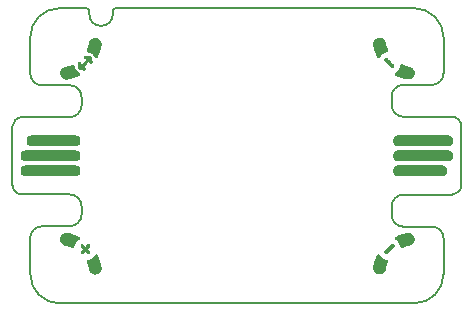
<source format=gto>
%TF.GenerationSoftware,KiCad,Pcbnew,8.0.8*%
%TF.CreationDate,2025-01-29T17:04:35+00:00*%
%TF.ProjectId,ec30_3x2_lr_mh_0.1,65633330-5f33-4783-925f-6c725f6d685f,v0.1*%
%TF.SameCoordinates,PX8d24d00PY36d6160*%
%TF.FileFunction,Legend,Top*%
%TF.FilePolarity,Positive*%
%FSLAX46Y46*%
G04 Gerber Fmt 4.6, Leading zero omitted, Abs format (unit mm)*
G04 Created by KiCad (PCBNEW 8.0.8) date 2025-01-29 17:04:35*
%MOMM*%
%LPD*%
G01*
G04 APERTURE LIST*
%ADD10C,0.200000*%
%ADD11C,0.000000*%
%ADD12C,0.010000*%
G04 APERTURE END LIST*
D10*
X-12500000Y12250000D02*
X-12500000Y12000000D01*
X-13150000Y4270000D02*
X-13150000Y4970000D01*
X-19000000Y2470001D02*
X-19000000Y-2470000D01*
X14098000Y3300000D02*
G75*
G02*
X13100004Y4300001I-1000J997000D01*
G01*
X-15000000Y-12500000D02*
G75*
G02*
X-17500000Y-10000000I-800J2499200D01*
G01*
X-12750000Y12500000D02*
G75*
G02*
X-12500000Y12250000I800J-249200D01*
G01*
X17500000Y7000000D02*
X17500000Y10000000D01*
X15000000Y12500000D02*
X-10250000Y12500000D01*
X16500000Y-6000000D02*
X14100000Y-6000000D01*
X18200000Y3300000D02*
G75*
G02*
X19000000Y2500000I1100J-798900D01*
G01*
X-14148000Y-5969999D02*
X-16500000Y-5969999D01*
X-18200000Y-3269999D02*
G75*
G02*
X-18999999Y-2470000I-1100J798899D01*
G01*
X-17500000Y-6969999D02*
G75*
G02*
X-16500000Y-5970000I1000400J-401D01*
G01*
X-16500000Y5970000D02*
X-14148000Y5970000D01*
X16500000Y-6000000D02*
G75*
G02*
X17500000Y-7000000I-400J-1000400D01*
G01*
X-12750000Y12500000D02*
X-15000000Y12500000D01*
X-17500000Y10000000D02*
G75*
G02*
X-15000000Y12500000I2499200J800D01*
G01*
X-16500000Y5970000D02*
G75*
G02*
X-17500000Y6970000I400J1000400D01*
G01*
X-10500000Y12000000D02*
X-10500000Y12250000D01*
X-19000000Y2470001D02*
G75*
G02*
X-18200000Y3270000I798900J1099D01*
G01*
X19000000Y-2500000D02*
X19000000Y2500000D01*
X-14148000Y5970000D02*
G75*
G02*
X-13150004Y4970000I1000J-997000D01*
G01*
X-13150000Y4270000D02*
G75*
G02*
X-14148000Y3270003I-1000400J400D01*
G01*
X13100000Y5000000D02*
G75*
G02*
X14100000Y6000000I1000400J-400D01*
G01*
X18200000Y3300000D02*
X14098000Y3300000D01*
X-10500000Y12250000D02*
G75*
G02*
X-10250000Y12500000I249200J800D01*
G01*
X-17500000Y-6969999D02*
X-17500000Y-10000000D01*
X14100000Y-3299999D02*
X18200000Y-3299999D01*
X14100000Y-6000000D02*
G75*
G02*
X13100000Y-5000000I400J1000400D01*
G01*
X17500000Y7000000D02*
G75*
G02*
X16500000Y6000000I-1000400J400D01*
G01*
X-18200000Y-3269999D02*
X-14150000Y-3269999D01*
X-10500000Y12000000D02*
G75*
G02*
X-12500000Y12000000I-1000000J0D01*
G01*
X15000000Y12500000D02*
G75*
G02*
X17500000Y10000000I800J-2499200D01*
G01*
X-13148000Y-4969999D02*
G75*
G02*
X-14148000Y-5970000I-1000400J399D01*
G01*
X-17500000Y10000000D02*
X-17500000Y6970000D01*
X-14150000Y-3269999D02*
G75*
G02*
X-13149999Y-4269999I-400J-1000401D01*
G01*
X17500000Y-10000000D02*
X17500000Y-7000000D01*
X14100000Y6000000D02*
X16500000Y6000000D01*
X13100000Y-4300000D02*
X13100000Y-5000000D01*
X-15000000Y-12500000D02*
X15000000Y-12500000D01*
X-14148000Y3270000D02*
X-18200000Y3270000D01*
X17500000Y-10000000D02*
G75*
G02*
X15000000Y-12500000I-2499200J-800D01*
G01*
X13100000Y5000000D02*
X13100000Y4300001D01*
X13100000Y-4300000D02*
G75*
G02*
X14100000Y-3300000I998700J1300D01*
G01*
X-13148000Y-4969999D02*
X-13150000Y-4269999D01*
X19000000Y-2500000D02*
G75*
G02*
X18200000Y-3300000I-798900J-1100D01*
G01*
D11*
%TO.C,*%
G36*
X17554596Y-834554D02*
G01*
X17658135Y-885171D01*
X17739628Y-966664D01*
X17790245Y-1070203D01*
X17804800Y-1170099D01*
X17804800Y-1369899D01*
X17790245Y-1469795D01*
X17739628Y-1573334D01*
X17658135Y-1654827D01*
X17554596Y-1705444D01*
X17454700Y-1719999D01*
X13604900Y-1719999D01*
X13505004Y-1705444D01*
X13401465Y-1654827D01*
X13319972Y-1573334D01*
X13269355Y-1469795D01*
X13254800Y-1369899D01*
X13254800Y-1170099D01*
X13269355Y-1070203D01*
X13319972Y-966664D01*
X13401465Y-885171D01*
X13505004Y-834554D01*
X13604900Y-819999D01*
X17454700Y-819999D01*
X17554596Y-834554D01*
G37*
G36*
X18054596Y1705446D02*
G01*
X18158135Y1654829D01*
X18239628Y1573336D01*
X18290245Y1469797D01*
X18304800Y1369901D01*
X18304800Y1170101D01*
X18290245Y1070205D01*
X18239628Y966666D01*
X18158135Y885173D01*
X18054596Y834556D01*
X17954700Y820001D01*
X13604900Y820001D01*
X13505004Y834556D01*
X13401465Y885173D01*
X13319972Y966666D01*
X13269355Y1070205D01*
X13254800Y1170101D01*
X13254800Y1369901D01*
X13269355Y1469797D01*
X13319972Y1573336D01*
X13401465Y1654829D01*
X13505004Y1705446D01*
X13604900Y1720001D01*
X17954700Y1720001D01*
X18054596Y1705446D01*
G37*
G36*
X18054596Y435446D02*
G01*
X18158135Y384829D01*
X18239628Y303336D01*
X18290245Y199797D01*
X18304800Y99901D01*
X18304800Y-99899D01*
X18290245Y-199795D01*
X18239628Y-303334D01*
X18158135Y-384827D01*
X18054596Y-435444D01*
X17954700Y-449999D01*
X13604900Y-449999D01*
X13505004Y-435444D01*
X13401465Y-384827D01*
X13319972Y-303334D01*
X13269355Y-199795D01*
X13254800Y-99899D01*
X13254800Y99901D01*
X13269355Y199797D01*
X13319972Y303336D01*
X13401465Y384829D01*
X13505004Y435446D01*
X13604900Y450001D01*
X17954700Y450001D01*
X18054596Y435446D01*
G37*
D12*
%TO.C,MH3*%
X-11929306Y-8363938D02*
X-11912572Y-8370271D01*
X-11896947Y-8381708D01*
X-11881722Y-8398907D01*
X-11866187Y-8422529D01*
X-11849636Y-8453232D01*
X-11849479Y-8453543D01*
X-11792082Y-8575132D01*
X-11738655Y-8702780D01*
X-11689536Y-8835490D01*
X-11645062Y-8972266D01*
X-11605571Y-9112110D01*
X-11571399Y-9254024D01*
X-11558986Y-9312664D01*
X-11548179Y-9372141D01*
X-11541266Y-9425275D01*
X-11538209Y-9472617D01*
X-11538970Y-9514720D01*
X-11542840Y-9548307D01*
X-11557333Y-9611742D01*
X-11578709Y-9671524D01*
X-11606730Y-9727302D01*
X-11641155Y-9778728D01*
X-11681746Y-9825450D01*
X-11728263Y-9867118D01*
X-11780468Y-9903383D01*
X-11788778Y-9908337D01*
X-11841493Y-9934632D01*
X-11897725Y-9954342D01*
X-11956407Y-9967361D01*
X-12016470Y-9973582D01*
X-12076844Y-9972898D01*
X-12136462Y-9965203D01*
X-12194256Y-9950391D01*
X-12198073Y-9949129D01*
X-12254131Y-9926215D01*
X-12307081Y-9896415D01*
X-12356236Y-9860400D01*
X-12400910Y-9818837D01*
X-12440417Y-9772394D01*
X-12474070Y-9721741D01*
X-12501183Y-9667545D01*
X-12509857Y-9645536D01*
X-12514407Y-9631247D01*
X-12519938Y-9611025D01*
X-12525985Y-9586741D01*
X-12532082Y-9560265D01*
X-12537763Y-9533471D01*
X-12537851Y-9533032D01*
X-12559478Y-9433303D01*
X-12583069Y-9339535D01*
X-12609185Y-9249880D01*
X-12638386Y-9162485D01*
X-12671232Y-9075502D01*
X-12690784Y-9027805D01*
X-12704464Y-8993297D01*
X-12713840Y-8964465D01*
X-12718965Y-8940348D01*
X-12719893Y-8919990D01*
X-12716678Y-8902431D01*
X-12709373Y-8886711D01*
X-12699422Y-8873431D01*
X-12690472Y-8864166D01*
X-12680762Y-8856500D01*
X-12668906Y-8849764D01*
X-12653514Y-8843288D01*
X-12633201Y-8836401D01*
X-12606578Y-8828434D01*
X-12605692Y-8828178D01*
X-12548901Y-8810494D01*
X-12497170Y-8791449D01*
X-12447627Y-8769922D01*
X-12414566Y-8753728D01*
X-12339432Y-8710990D01*
X-12267854Y-8661466D01*
X-12200558Y-8605786D01*
X-12138273Y-8544582D01*
X-12081726Y-8478485D01*
X-12053964Y-8441164D01*
X-12032031Y-8412366D01*
X-12011697Y-8390615D01*
X-11992236Y-8375370D01*
X-11972919Y-8366090D01*
X-11953022Y-8362231D01*
X-11947857Y-8362050D01*
X-11929306Y-8363938D01*
G36*
X-11929306Y-8363938D02*
G01*
X-11912572Y-8370271D01*
X-11896947Y-8381708D01*
X-11881722Y-8398907D01*
X-11866187Y-8422529D01*
X-11849636Y-8453232D01*
X-11849479Y-8453543D01*
X-11792082Y-8575132D01*
X-11738655Y-8702780D01*
X-11689536Y-8835490D01*
X-11645062Y-8972266D01*
X-11605571Y-9112110D01*
X-11571399Y-9254024D01*
X-11558986Y-9312664D01*
X-11548179Y-9372141D01*
X-11541266Y-9425275D01*
X-11538209Y-9472617D01*
X-11538970Y-9514720D01*
X-11542840Y-9548307D01*
X-11557333Y-9611742D01*
X-11578709Y-9671524D01*
X-11606730Y-9727302D01*
X-11641155Y-9778728D01*
X-11681746Y-9825450D01*
X-11728263Y-9867118D01*
X-11780468Y-9903383D01*
X-11788778Y-9908337D01*
X-11841493Y-9934632D01*
X-11897725Y-9954342D01*
X-11956407Y-9967361D01*
X-12016470Y-9973582D01*
X-12076844Y-9972898D01*
X-12136462Y-9965203D01*
X-12194256Y-9950391D01*
X-12198073Y-9949129D01*
X-12254131Y-9926215D01*
X-12307081Y-9896415D01*
X-12356236Y-9860400D01*
X-12400910Y-9818837D01*
X-12440417Y-9772394D01*
X-12474070Y-9721741D01*
X-12501183Y-9667545D01*
X-12509857Y-9645536D01*
X-12514407Y-9631247D01*
X-12519938Y-9611025D01*
X-12525985Y-9586741D01*
X-12532082Y-9560265D01*
X-12537763Y-9533471D01*
X-12537851Y-9533032D01*
X-12559478Y-9433303D01*
X-12583069Y-9339535D01*
X-12609185Y-9249880D01*
X-12638386Y-9162485D01*
X-12671232Y-9075502D01*
X-12690784Y-9027805D01*
X-12704464Y-8993297D01*
X-12713840Y-8964465D01*
X-12718965Y-8940348D01*
X-12719893Y-8919990D01*
X-12716678Y-8902431D01*
X-12709373Y-8886711D01*
X-12699422Y-8873431D01*
X-12690472Y-8864166D01*
X-12680762Y-8856500D01*
X-12668906Y-8849764D01*
X-12653514Y-8843288D01*
X-12633201Y-8836401D01*
X-12606578Y-8828434D01*
X-12605692Y-8828178D01*
X-12548901Y-8810494D01*
X-12497170Y-8791449D01*
X-12447627Y-8769922D01*
X-12414566Y-8753728D01*
X-12339432Y-8710990D01*
X-12267854Y-8661466D01*
X-12200558Y-8605786D01*
X-12138273Y-8544582D01*
X-12081726Y-8478485D01*
X-12053964Y-8441164D01*
X-12032031Y-8412366D01*
X-12011697Y-8390615D01*
X-11992236Y-8375370D01*
X-11972919Y-8366090D01*
X-11953022Y-8362231D01*
X-11947857Y-8362050D01*
X-11929306Y-8363938D01*
G37*
X-14470182Y-6540337D02*
X-14448497Y-6540714D01*
X-14427534Y-6541718D01*
X-14406291Y-6543511D01*
X-14383763Y-6546254D01*
X-14358946Y-6550109D01*
X-14330836Y-6555238D01*
X-14298429Y-6561801D01*
X-14260722Y-6569961D01*
X-14216709Y-6579880D01*
X-14198323Y-6584098D01*
X-14084910Y-6612611D01*
X-13968731Y-6646406D01*
X-13851643Y-6684817D01*
X-13735502Y-6727177D01*
X-13622165Y-6772819D01*
X-13513489Y-6821078D01*
X-13442320Y-6855488D01*
X-13414793Y-6869973D01*
X-13393762Y-6882767D01*
X-13378190Y-6894681D01*
X-13367038Y-6906523D01*
X-13359269Y-6919103D01*
X-13358396Y-6920960D01*
X-13352421Y-6938994D01*
X-13352473Y-6955818D01*
X-13356428Y-6970059D01*
X-13367282Y-6989771D01*
X-13385603Y-7010018D01*
X-13410983Y-7030363D01*
X-13415769Y-7033664D01*
X-13489001Y-7087738D01*
X-13556469Y-7146942D01*
X-13617931Y-7210983D01*
X-13673147Y-7279569D01*
X-13721873Y-7352405D01*
X-13763868Y-7429201D01*
X-13789376Y-7485751D01*
X-13801721Y-7516942D01*
X-13812941Y-7548335D01*
X-13823691Y-7581956D01*
X-13834628Y-7619833D01*
X-13843484Y-7652771D01*
X-13848796Y-7671014D01*
X-13854211Y-7684062D01*
X-13861050Y-7694563D01*
X-13868503Y-7702984D01*
X-13884066Y-7716423D01*
X-13900453Y-7724502D01*
X-13918764Y-7727265D01*
X-13940096Y-7724757D01*
X-13965548Y-7717022D01*
X-13987979Y-7707827D01*
X-14108498Y-7658383D01*
X-14232787Y-7615101D01*
X-14361429Y-7577801D01*
X-14495006Y-7546301D01*
X-14525687Y-7540017D01*
X-14560370Y-7532916D01*
X-14588751Y-7526604D01*
X-14612370Y-7520632D01*
X-14632764Y-7514555D01*
X-14651473Y-7507926D01*
X-14670035Y-7500296D01*
X-14683873Y-7494072D01*
X-14736854Y-7465333D01*
X-14785921Y-7430188D01*
X-14830505Y-7389366D01*
X-14870033Y-7343595D01*
X-14903934Y-7293603D01*
X-14931637Y-7240119D01*
X-14952571Y-7183872D01*
X-14964218Y-7136552D01*
X-14972342Y-7073793D01*
X-14972879Y-7012164D01*
X-14966155Y-6952149D01*
X-14952496Y-6894233D01*
X-14932226Y-6838904D01*
X-14905671Y-6786645D01*
X-14873155Y-6737942D01*
X-14835005Y-6693281D01*
X-14791545Y-6653146D01*
X-14743100Y-6618025D01*
X-14689996Y-6588401D01*
X-14632558Y-6564760D01*
X-14571111Y-6547588D01*
X-14569401Y-6547219D01*
X-14551719Y-6544037D01*
X-14532477Y-6541913D01*
X-14509778Y-6540716D01*
X-14481730Y-6540314D01*
X-14470182Y-6540337D01*
G36*
X-14470182Y-6540337D02*
G01*
X-14448497Y-6540714D01*
X-14427534Y-6541718D01*
X-14406291Y-6543511D01*
X-14383763Y-6546254D01*
X-14358946Y-6550109D01*
X-14330836Y-6555238D01*
X-14298429Y-6561801D01*
X-14260722Y-6569961D01*
X-14216709Y-6579880D01*
X-14198323Y-6584098D01*
X-14084910Y-6612611D01*
X-13968731Y-6646406D01*
X-13851643Y-6684817D01*
X-13735502Y-6727177D01*
X-13622165Y-6772819D01*
X-13513489Y-6821078D01*
X-13442320Y-6855488D01*
X-13414793Y-6869973D01*
X-13393762Y-6882767D01*
X-13378190Y-6894681D01*
X-13367038Y-6906523D01*
X-13359269Y-6919103D01*
X-13358396Y-6920960D01*
X-13352421Y-6938994D01*
X-13352473Y-6955818D01*
X-13356428Y-6970059D01*
X-13367282Y-6989771D01*
X-13385603Y-7010018D01*
X-13410983Y-7030363D01*
X-13415769Y-7033664D01*
X-13489001Y-7087738D01*
X-13556469Y-7146942D01*
X-13617931Y-7210983D01*
X-13673147Y-7279569D01*
X-13721873Y-7352405D01*
X-13763868Y-7429201D01*
X-13789376Y-7485751D01*
X-13801721Y-7516942D01*
X-13812941Y-7548335D01*
X-13823691Y-7581956D01*
X-13834628Y-7619833D01*
X-13843484Y-7652771D01*
X-13848796Y-7671014D01*
X-13854211Y-7684062D01*
X-13861050Y-7694563D01*
X-13868503Y-7702984D01*
X-13884066Y-7716423D01*
X-13900453Y-7724502D01*
X-13918764Y-7727265D01*
X-13940096Y-7724757D01*
X-13965548Y-7717022D01*
X-13987979Y-7707827D01*
X-14108498Y-7658383D01*
X-14232787Y-7615101D01*
X-14361429Y-7577801D01*
X-14495006Y-7546301D01*
X-14525687Y-7540017D01*
X-14560370Y-7532916D01*
X-14588751Y-7526604D01*
X-14612370Y-7520632D01*
X-14632764Y-7514555D01*
X-14651473Y-7507926D01*
X-14670035Y-7500296D01*
X-14683873Y-7494072D01*
X-14736854Y-7465333D01*
X-14785921Y-7430188D01*
X-14830505Y-7389366D01*
X-14870033Y-7343595D01*
X-14903934Y-7293603D01*
X-14931637Y-7240119D01*
X-14952571Y-7183872D01*
X-14964218Y-7136552D01*
X-14972342Y-7073793D01*
X-14972879Y-7012164D01*
X-14966155Y-6952149D01*
X-14952496Y-6894233D01*
X-14932226Y-6838904D01*
X-14905671Y-6786645D01*
X-14873155Y-6737942D01*
X-14835005Y-6693281D01*
X-14791545Y-6653146D01*
X-14743100Y-6618025D01*
X-14689996Y-6588401D01*
X-14632558Y-6564760D01*
X-14571111Y-6547588D01*
X-14569401Y-6547219D01*
X-14551719Y-6544037D01*
X-14532477Y-6541913D01*
X-14509778Y-6540716D01*
X-14481730Y-6540314D01*
X-14470182Y-6540337D01*
G37*
X-13114506Y-7497744D02*
X-13104489Y-7500501D01*
X-13098602Y-7502693D01*
X-13092612Y-7505668D01*
X-13085887Y-7509983D01*
X-13077796Y-7516197D01*
X-13067706Y-7524868D01*
X-13054986Y-7536554D01*
X-13039003Y-7551814D01*
X-13019125Y-7571204D01*
X-12994721Y-7595283D01*
X-12974957Y-7614880D01*
X-12866811Y-7722233D01*
X-12760645Y-7617032D01*
X-12732077Y-7588945D01*
X-12706322Y-7564069D01*
X-12683875Y-7542858D01*
X-12665228Y-7525771D01*
X-12650876Y-7513264D01*
X-12641313Y-7505793D01*
X-12638604Y-7504147D01*
X-12620453Y-7498507D01*
X-12598447Y-7496247D01*
X-12575738Y-7497328D01*
X-12555479Y-7501711D01*
X-12546947Y-7505289D01*
X-12527717Y-7518943D01*
X-12510939Y-7537314D01*
X-12499689Y-7556627D01*
X-12495621Y-7572497D01*
X-12493995Y-7592489D01*
X-12494804Y-7613173D01*
X-12498038Y-7631121D01*
X-12499893Y-7636489D01*
X-12504805Y-7644005D01*
X-12515448Y-7656814D01*
X-12531730Y-7674815D01*
X-12553556Y-7697908D01*
X-12580835Y-7725992D01*
X-12613473Y-7758967D01*
X-12613864Y-7759359D01*
X-12721687Y-7867473D01*
X-12615858Y-7973774D01*
X-12584916Y-8005038D01*
X-12559409Y-8031231D01*
X-12538995Y-8052725D01*
X-12523333Y-8069893D01*
X-12512080Y-8083107D01*
X-12504896Y-8092739D01*
X-12501973Y-8097831D01*
X-12494904Y-8122144D01*
X-12493808Y-8148731D01*
X-12498620Y-8174713D01*
X-12504024Y-8188237D01*
X-12519679Y-8211452D01*
X-12540303Y-8228674D01*
X-12562926Y-8238733D01*
X-12580623Y-8243114D01*
X-12595638Y-8244148D01*
X-12611644Y-8241809D01*
X-12624985Y-8238271D01*
X-12630727Y-8236399D01*
X-12636361Y-8233923D01*
X-12642513Y-8230295D01*
X-12649807Y-8224964D01*
X-12658867Y-8217380D01*
X-12670317Y-8206995D01*
X-12684782Y-8193256D01*
X-12702886Y-8175616D01*
X-12725253Y-8153524D01*
X-12752507Y-8126430D01*
X-12756674Y-8122280D01*
X-12866807Y-8012589D01*
X-12976940Y-8122280D01*
X-13004916Y-8150105D01*
X-13027918Y-8172853D01*
X-13046571Y-8191073D01*
X-13061500Y-8205316D01*
X-13073328Y-8216130D01*
X-13082679Y-8224066D01*
X-13090179Y-8229675D01*
X-13096451Y-8233505D01*
X-13102120Y-8236106D01*
X-13107810Y-8238029D01*
X-13108629Y-8238271D01*
X-13127410Y-8242924D01*
X-13142701Y-8244183D01*
X-13158173Y-8242078D01*
X-13170688Y-8238733D01*
X-13195345Y-8227492D01*
X-13215225Y-8210402D01*
X-13229656Y-8188407D01*
X-13237966Y-8162452D01*
X-13239782Y-8141598D01*
X-13239548Y-8130444D01*
X-13238597Y-8120482D01*
X-13236433Y-8111030D01*
X-13232561Y-8101407D01*
X-13226487Y-8090932D01*
X-13217714Y-8078924D01*
X-13205748Y-8064703D01*
X-13190094Y-8047586D01*
X-13170256Y-8026895D01*
X-13145740Y-8001946D01*
X-13117756Y-7973774D01*
X-13011927Y-7867473D01*
X-13119589Y-7759359D01*
X-13151989Y-7726607D01*
X-13178747Y-7699078D01*
X-13200033Y-7676590D01*
X-13216016Y-7658958D01*
X-13226867Y-7646000D01*
X-13232753Y-7637530D01*
X-13233560Y-7635877D01*
X-13239427Y-7611956D01*
X-13239209Y-7585914D01*
X-13233352Y-7560140D01*
X-13222301Y-7537024D01*
X-13212846Y-7524873D01*
X-13192656Y-7509080D01*
X-13168362Y-7499030D01*
X-13141724Y-7495120D01*
X-13114506Y-7497744D01*
G36*
X-13114506Y-7497744D02*
G01*
X-13104489Y-7500501D01*
X-13098602Y-7502693D01*
X-13092612Y-7505668D01*
X-13085887Y-7509983D01*
X-13077796Y-7516197D01*
X-13067706Y-7524868D01*
X-13054986Y-7536554D01*
X-13039003Y-7551814D01*
X-13019125Y-7571204D01*
X-12994721Y-7595283D01*
X-12974957Y-7614880D01*
X-12866811Y-7722233D01*
X-12760645Y-7617032D01*
X-12732077Y-7588945D01*
X-12706322Y-7564069D01*
X-12683875Y-7542858D01*
X-12665228Y-7525771D01*
X-12650876Y-7513264D01*
X-12641313Y-7505793D01*
X-12638604Y-7504147D01*
X-12620453Y-7498507D01*
X-12598447Y-7496247D01*
X-12575738Y-7497328D01*
X-12555479Y-7501711D01*
X-12546947Y-7505289D01*
X-12527717Y-7518943D01*
X-12510939Y-7537314D01*
X-12499689Y-7556627D01*
X-12495621Y-7572497D01*
X-12493995Y-7592489D01*
X-12494804Y-7613173D01*
X-12498038Y-7631121D01*
X-12499893Y-7636489D01*
X-12504805Y-7644005D01*
X-12515448Y-7656814D01*
X-12531730Y-7674815D01*
X-12553556Y-7697908D01*
X-12580835Y-7725992D01*
X-12613473Y-7758967D01*
X-12613864Y-7759359D01*
X-12721687Y-7867473D01*
X-12615858Y-7973774D01*
X-12584916Y-8005038D01*
X-12559409Y-8031231D01*
X-12538995Y-8052725D01*
X-12523333Y-8069893D01*
X-12512080Y-8083107D01*
X-12504896Y-8092739D01*
X-12501973Y-8097831D01*
X-12494904Y-8122144D01*
X-12493808Y-8148731D01*
X-12498620Y-8174713D01*
X-12504024Y-8188237D01*
X-12519679Y-8211452D01*
X-12540303Y-8228674D01*
X-12562926Y-8238733D01*
X-12580623Y-8243114D01*
X-12595638Y-8244148D01*
X-12611644Y-8241809D01*
X-12624985Y-8238271D01*
X-12630727Y-8236399D01*
X-12636361Y-8233923D01*
X-12642513Y-8230295D01*
X-12649807Y-8224964D01*
X-12658867Y-8217380D01*
X-12670317Y-8206995D01*
X-12684782Y-8193256D01*
X-12702886Y-8175616D01*
X-12725253Y-8153524D01*
X-12752507Y-8126430D01*
X-12756674Y-8122280D01*
X-12866807Y-8012589D01*
X-12976940Y-8122280D01*
X-13004916Y-8150105D01*
X-13027918Y-8172853D01*
X-13046571Y-8191073D01*
X-13061500Y-8205316D01*
X-13073328Y-8216130D01*
X-13082679Y-8224066D01*
X-13090179Y-8229675D01*
X-13096451Y-8233505D01*
X-13102120Y-8236106D01*
X-13107810Y-8238029D01*
X-13108629Y-8238271D01*
X-13127410Y-8242924D01*
X-13142701Y-8244183D01*
X-13158173Y-8242078D01*
X-13170688Y-8238733D01*
X-13195345Y-8227492D01*
X-13215225Y-8210402D01*
X-13229656Y-8188407D01*
X-13237966Y-8162452D01*
X-13239782Y-8141598D01*
X-13239548Y-8130444D01*
X-13238597Y-8120482D01*
X-13236433Y-8111030D01*
X-13232561Y-8101407D01*
X-13226487Y-8090932D01*
X-13217714Y-8078924D01*
X-13205748Y-8064703D01*
X-13190094Y-8047586D01*
X-13170256Y-8026895D01*
X-13145740Y-8001946D01*
X-13117756Y-7973774D01*
X-13011927Y-7867473D01*
X-13119589Y-7759359D01*
X-13151989Y-7726607D01*
X-13178747Y-7699078D01*
X-13200033Y-7676590D01*
X-13216016Y-7658958D01*
X-13226867Y-7646000D01*
X-13232753Y-7637530D01*
X-13233560Y-7635877D01*
X-13239427Y-7611956D01*
X-13239209Y-7585914D01*
X-13233352Y-7560140D01*
X-13222301Y-7537024D01*
X-13212846Y-7524873D01*
X-13192656Y-7509080D01*
X-13168362Y-7499030D01*
X-13141724Y-7495120D01*
X-13114506Y-7497744D01*
G37*
%TO.C,MH4*%
X14511949Y-6535485D02*
X14545536Y-6539355D01*
X14608971Y-6553848D01*
X14668753Y-6575224D01*
X14724531Y-6603245D01*
X14775957Y-6637670D01*
X14822679Y-6678261D01*
X14864347Y-6724778D01*
X14900612Y-6776983D01*
X14905566Y-6785293D01*
X14931861Y-6838008D01*
X14951571Y-6894240D01*
X14964590Y-6952922D01*
X14970811Y-7012985D01*
X14970127Y-7073359D01*
X14962432Y-7132977D01*
X14947620Y-7190771D01*
X14946358Y-7194588D01*
X14923444Y-7250646D01*
X14893644Y-7303596D01*
X14857629Y-7352751D01*
X14816066Y-7397425D01*
X14769623Y-7436932D01*
X14718970Y-7470585D01*
X14664774Y-7497698D01*
X14642765Y-7506372D01*
X14628476Y-7510922D01*
X14608254Y-7516453D01*
X14583970Y-7522500D01*
X14557494Y-7528597D01*
X14530700Y-7534278D01*
X14530261Y-7534366D01*
X14430532Y-7555993D01*
X14336764Y-7579584D01*
X14247109Y-7605700D01*
X14159714Y-7634901D01*
X14072731Y-7667747D01*
X14025034Y-7687299D01*
X13990526Y-7700979D01*
X13961694Y-7710355D01*
X13937577Y-7715480D01*
X13917219Y-7716408D01*
X13899660Y-7713193D01*
X13883940Y-7705888D01*
X13870660Y-7695937D01*
X13861395Y-7686987D01*
X13853729Y-7677277D01*
X13846993Y-7665421D01*
X13840517Y-7650029D01*
X13833630Y-7629716D01*
X13825663Y-7603093D01*
X13825407Y-7602207D01*
X13807723Y-7545416D01*
X13788678Y-7493685D01*
X13767151Y-7444142D01*
X13750957Y-7411081D01*
X13708219Y-7335947D01*
X13658695Y-7264369D01*
X13603015Y-7197073D01*
X13541811Y-7134788D01*
X13475714Y-7078241D01*
X13438393Y-7050479D01*
X13409595Y-7028546D01*
X13387844Y-7008212D01*
X13372599Y-6988751D01*
X13363319Y-6969434D01*
X13359460Y-6949537D01*
X13359279Y-6944372D01*
X13361167Y-6925821D01*
X13367500Y-6909087D01*
X13378937Y-6893462D01*
X13396136Y-6878237D01*
X13419758Y-6862702D01*
X13450461Y-6846151D01*
X13450772Y-6845994D01*
X13572361Y-6788597D01*
X13700009Y-6735170D01*
X13832719Y-6686051D01*
X13969495Y-6641577D01*
X14109339Y-6602086D01*
X14251253Y-6567914D01*
X14309893Y-6555501D01*
X14369370Y-6544694D01*
X14422504Y-6537781D01*
X14469846Y-6534724D01*
X14511949Y-6535485D01*
G36*
X14511949Y-6535485D02*
G01*
X14545536Y-6539355D01*
X14608971Y-6553848D01*
X14668753Y-6575224D01*
X14724531Y-6603245D01*
X14775957Y-6637670D01*
X14822679Y-6678261D01*
X14864347Y-6724778D01*
X14900612Y-6776983D01*
X14905566Y-6785293D01*
X14931861Y-6838008D01*
X14951571Y-6894240D01*
X14964590Y-6952922D01*
X14970811Y-7012985D01*
X14970127Y-7073359D01*
X14962432Y-7132977D01*
X14947620Y-7190771D01*
X14946358Y-7194588D01*
X14923444Y-7250646D01*
X14893644Y-7303596D01*
X14857629Y-7352751D01*
X14816066Y-7397425D01*
X14769623Y-7436932D01*
X14718970Y-7470585D01*
X14664774Y-7497698D01*
X14642765Y-7506372D01*
X14628476Y-7510922D01*
X14608254Y-7516453D01*
X14583970Y-7522500D01*
X14557494Y-7528597D01*
X14530700Y-7534278D01*
X14530261Y-7534366D01*
X14430532Y-7555993D01*
X14336764Y-7579584D01*
X14247109Y-7605700D01*
X14159714Y-7634901D01*
X14072731Y-7667747D01*
X14025034Y-7687299D01*
X13990526Y-7700979D01*
X13961694Y-7710355D01*
X13937577Y-7715480D01*
X13917219Y-7716408D01*
X13899660Y-7713193D01*
X13883940Y-7705888D01*
X13870660Y-7695937D01*
X13861395Y-7686987D01*
X13853729Y-7677277D01*
X13846993Y-7665421D01*
X13840517Y-7650029D01*
X13833630Y-7629716D01*
X13825663Y-7603093D01*
X13825407Y-7602207D01*
X13807723Y-7545416D01*
X13788678Y-7493685D01*
X13767151Y-7444142D01*
X13750957Y-7411081D01*
X13708219Y-7335947D01*
X13658695Y-7264369D01*
X13603015Y-7197073D01*
X13541811Y-7134788D01*
X13475714Y-7078241D01*
X13438393Y-7050479D01*
X13409595Y-7028546D01*
X13387844Y-7008212D01*
X13372599Y-6988751D01*
X13363319Y-6969434D01*
X13359460Y-6949537D01*
X13359279Y-6944372D01*
X13361167Y-6925821D01*
X13367500Y-6909087D01*
X13378937Y-6893462D01*
X13396136Y-6878237D01*
X13419758Y-6862702D01*
X13450461Y-6846151D01*
X13450772Y-6845994D01*
X13572361Y-6788597D01*
X13700009Y-6735170D01*
X13832719Y-6686051D01*
X13969495Y-6641577D01*
X14109339Y-6602086D01*
X14251253Y-6567914D01*
X14309893Y-6555501D01*
X14369370Y-6544694D01*
X14422504Y-6537781D01*
X14469846Y-6534724D01*
X14511949Y-6535485D01*
G37*
X11953047Y-8348988D02*
X11967288Y-8352943D01*
X11987000Y-8363797D01*
X12007247Y-8382118D01*
X12027592Y-8407498D01*
X12030893Y-8412284D01*
X12084967Y-8485516D01*
X12144171Y-8552984D01*
X12208212Y-8614446D01*
X12276798Y-8669662D01*
X12349634Y-8718388D01*
X12426430Y-8760383D01*
X12482980Y-8785891D01*
X12514171Y-8798236D01*
X12545564Y-8809456D01*
X12579185Y-8820206D01*
X12617062Y-8831143D01*
X12650000Y-8839999D01*
X12668243Y-8845311D01*
X12681291Y-8850726D01*
X12691792Y-8857565D01*
X12700213Y-8865018D01*
X12713652Y-8880581D01*
X12721731Y-8896968D01*
X12724494Y-8915279D01*
X12721986Y-8936611D01*
X12714251Y-8962063D01*
X12705056Y-8984494D01*
X12655612Y-9105013D01*
X12612330Y-9229302D01*
X12575030Y-9357944D01*
X12543530Y-9491521D01*
X12537246Y-9522202D01*
X12530145Y-9556885D01*
X12523833Y-9585266D01*
X12517861Y-9608885D01*
X12511784Y-9629279D01*
X12505155Y-9647988D01*
X12497525Y-9666550D01*
X12491301Y-9680388D01*
X12462562Y-9733369D01*
X12427417Y-9782436D01*
X12386595Y-9827020D01*
X12340824Y-9866548D01*
X12290832Y-9900449D01*
X12237348Y-9928152D01*
X12181101Y-9949086D01*
X12133781Y-9960733D01*
X12071022Y-9968857D01*
X12009393Y-9969394D01*
X11949378Y-9962670D01*
X11891462Y-9949011D01*
X11836133Y-9928741D01*
X11783874Y-9902186D01*
X11735171Y-9869670D01*
X11690510Y-9831520D01*
X11650375Y-9788060D01*
X11615254Y-9739615D01*
X11585630Y-9686511D01*
X11561989Y-9629073D01*
X11544817Y-9567626D01*
X11544448Y-9565916D01*
X11541266Y-9548234D01*
X11539142Y-9528992D01*
X11537945Y-9506293D01*
X11537543Y-9478245D01*
X11537566Y-9466697D01*
X11537943Y-9445012D01*
X11538947Y-9424049D01*
X11540740Y-9402806D01*
X11543483Y-9380278D01*
X11547338Y-9355461D01*
X11552467Y-9327351D01*
X11559030Y-9294944D01*
X11567190Y-9257237D01*
X11577109Y-9213224D01*
X11581327Y-9194838D01*
X11609840Y-9081425D01*
X11643635Y-8965246D01*
X11682046Y-8848158D01*
X11724406Y-8732017D01*
X11770048Y-8618680D01*
X11818307Y-8510004D01*
X11852717Y-8438835D01*
X11867202Y-8411308D01*
X11879996Y-8390277D01*
X11891910Y-8374705D01*
X11903752Y-8363553D01*
X11916332Y-8355784D01*
X11918189Y-8354911D01*
X11936223Y-8348936D01*
X11953047Y-8348988D01*
G36*
X11953047Y-8348988D02*
G01*
X11967288Y-8352943D01*
X11987000Y-8363797D01*
X12007247Y-8382118D01*
X12027592Y-8407498D01*
X12030893Y-8412284D01*
X12084967Y-8485516D01*
X12144171Y-8552984D01*
X12208212Y-8614446D01*
X12276798Y-8669662D01*
X12349634Y-8718388D01*
X12426430Y-8760383D01*
X12482980Y-8785891D01*
X12514171Y-8798236D01*
X12545564Y-8809456D01*
X12579185Y-8820206D01*
X12617062Y-8831143D01*
X12650000Y-8839999D01*
X12668243Y-8845311D01*
X12681291Y-8850726D01*
X12691792Y-8857565D01*
X12700213Y-8865018D01*
X12713652Y-8880581D01*
X12721731Y-8896968D01*
X12724494Y-8915279D01*
X12721986Y-8936611D01*
X12714251Y-8962063D01*
X12705056Y-8984494D01*
X12655612Y-9105013D01*
X12612330Y-9229302D01*
X12575030Y-9357944D01*
X12543530Y-9491521D01*
X12537246Y-9522202D01*
X12530145Y-9556885D01*
X12523833Y-9585266D01*
X12517861Y-9608885D01*
X12511784Y-9629279D01*
X12505155Y-9647988D01*
X12497525Y-9666550D01*
X12491301Y-9680388D01*
X12462562Y-9733369D01*
X12427417Y-9782436D01*
X12386595Y-9827020D01*
X12340824Y-9866548D01*
X12290832Y-9900449D01*
X12237348Y-9928152D01*
X12181101Y-9949086D01*
X12133781Y-9960733D01*
X12071022Y-9968857D01*
X12009393Y-9969394D01*
X11949378Y-9962670D01*
X11891462Y-9949011D01*
X11836133Y-9928741D01*
X11783874Y-9902186D01*
X11735171Y-9869670D01*
X11690510Y-9831520D01*
X11650375Y-9788060D01*
X11615254Y-9739615D01*
X11585630Y-9686511D01*
X11561989Y-9629073D01*
X11544817Y-9567626D01*
X11544448Y-9565916D01*
X11541266Y-9548234D01*
X11539142Y-9528992D01*
X11537945Y-9506293D01*
X11537543Y-9478245D01*
X11537566Y-9466697D01*
X11537943Y-9445012D01*
X11538947Y-9424049D01*
X11540740Y-9402806D01*
X11543483Y-9380278D01*
X11547338Y-9355461D01*
X11552467Y-9327351D01*
X11559030Y-9294944D01*
X11567190Y-9257237D01*
X11577109Y-9213224D01*
X11581327Y-9194838D01*
X11609840Y-9081425D01*
X11643635Y-8965246D01*
X11682046Y-8848158D01*
X11724406Y-8732017D01*
X11770048Y-8618680D01*
X11818307Y-8510004D01*
X11852717Y-8438835D01*
X11867202Y-8411308D01*
X11879996Y-8390277D01*
X11891910Y-8374705D01*
X11903752Y-8363553D01*
X11916332Y-8355784D01*
X11918189Y-8354911D01*
X11936223Y-8348936D01*
X11953047Y-8348988D01*
G37*
X13161664Y-7465669D02*
X13170644Y-7467670D01*
X13200672Y-7479910D01*
X13225650Y-7497812D01*
X13245015Y-7520589D01*
X13258200Y-7547453D01*
X13264642Y-7577616D01*
X13264914Y-7599115D01*
X13264446Y-7606630D01*
X13263847Y-7613497D01*
X13262805Y-7620076D01*
X13261008Y-7626722D01*
X13258142Y-7633793D01*
X13253895Y-7641646D01*
X13247956Y-7650638D01*
X13240011Y-7661127D01*
X13229747Y-7673470D01*
X13216854Y-7688023D01*
X13201017Y-7705144D01*
X13181925Y-7725191D01*
X13159265Y-7748520D01*
X13132725Y-7775488D01*
X13101992Y-7806453D01*
X13066753Y-7841772D01*
X13026697Y-7881803D01*
X12981511Y-7926901D01*
X12955203Y-7953152D01*
X12908642Y-7999605D01*
X12867346Y-8040772D01*
X12830970Y-8076980D01*
X12799168Y-8108560D01*
X12771596Y-8135838D01*
X12747908Y-8159144D01*
X12727758Y-8178805D01*
X12710802Y-8195151D01*
X12696694Y-8208509D01*
X12685088Y-8219208D01*
X12675639Y-8227577D01*
X12668002Y-8233943D01*
X12661832Y-8238636D01*
X12656783Y-8241983D01*
X12652509Y-8244314D01*
X12648667Y-8245955D01*
X12646489Y-8246725D01*
X12614957Y-8253445D01*
X12584047Y-8252840D01*
X12554826Y-8245307D01*
X12528358Y-8231246D01*
X12505710Y-8211055D01*
X12489510Y-8188041D01*
X12483925Y-8177227D01*
X12480461Y-8167715D01*
X12478623Y-8156999D01*
X12477911Y-8142576D01*
X12477817Y-8129228D01*
X12478161Y-8109688D01*
X12479474Y-8095506D01*
X12482180Y-8084124D01*
X12486700Y-8072980D01*
X12487316Y-8071681D01*
X12489981Y-8067251D01*
X12494743Y-8060920D01*
X12501894Y-8052385D01*
X12511722Y-8041347D01*
X12524520Y-8027504D01*
X12540578Y-8010553D01*
X12560186Y-7990195D01*
X12583636Y-7966126D01*
X12611217Y-7938047D01*
X12643222Y-7905655D01*
X12679939Y-7868650D01*
X12721661Y-7826729D01*
X12768677Y-7779591D01*
X12779019Y-7769234D01*
X12825793Y-7722417D01*
X12867318Y-7680912D01*
X12903933Y-7644392D01*
X12935979Y-7612532D01*
X12963792Y-7585006D01*
X12987713Y-7561487D01*
X13008081Y-7541650D01*
X13025234Y-7525169D01*
X13039512Y-7511717D01*
X13051254Y-7500969D01*
X13060798Y-7492598D01*
X13068484Y-7486279D01*
X13074650Y-7481686D01*
X13079636Y-7478492D01*
X13083392Y-7476545D01*
X13108956Y-7468020D01*
X13136053Y-7464292D01*
X13161664Y-7465669D01*
G36*
X13161664Y-7465669D02*
G01*
X13170644Y-7467670D01*
X13200672Y-7479910D01*
X13225650Y-7497812D01*
X13245015Y-7520589D01*
X13258200Y-7547453D01*
X13264642Y-7577616D01*
X13264914Y-7599115D01*
X13264446Y-7606630D01*
X13263847Y-7613497D01*
X13262805Y-7620076D01*
X13261008Y-7626722D01*
X13258142Y-7633793D01*
X13253895Y-7641646D01*
X13247956Y-7650638D01*
X13240011Y-7661127D01*
X13229747Y-7673470D01*
X13216854Y-7688023D01*
X13201017Y-7705144D01*
X13181925Y-7725191D01*
X13159265Y-7748520D01*
X13132725Y-7775488D01*
X13101992Y-7806453D01*
X13066753Y-7841772D01*
X13026697Y-7881803D01*
X12981511Y-7926901D01*
X12955203Y-7953152D01*
X12908642Y-7999605D01*
X12867346Y-8040772D01*
X12830970Y-8076980D01*
X12799168Y-8108560D01*
X12771596Y-8135838D01*
X12747908Y-8159144D01*
X12727758Y-8178805D01*
X12710802Y-8195151D01*
X12696694Y-8208509D01*
X12685088Y-8219208D01*
X12675639Y-8227577D01*
X12668002Y-8233943D01*
X12661832Y-8238636D01*
X12656783Y-8241983D01*
X12652509Y-8244314D01*
X12648667Y-8245955D01*
X12646489Y-8246725D01*
X12614957Y-8253445D01*
X12584047Y-8252840D01*
X12554826Y-8245307D01*
X12528358Y-8231246D01*
X12505710Y-8211055D01*
X12489510Y-8188041D01*
X12483925Y-8177227D01*
X12480461Y-8167715D01*
X12478623Y-8156999D01*
X12477911Y-8142576D01*
X12477817Y-8129228D01*
X12478161Y-8109688D01*
X12479474Y-8095506D01*
X12482180Y-8084124D01*
X12486700Y-8072980D01*
X12487316Y-8071681D01*
X12489981Y-8067251D01*
X12494743Y-8060920D01*
X12501894Y-8052385D01*
X12511722Y-8041347D01*
X12524520Y-8027504D01*
X12540578Y-8010553D01*
X12560186Y-7990195D01*
X12583636Y-7966126D01*
X12611217Y-7938047D01*
X12643222Y-7905655D01*
X12679939Y-7868650D01*
X12721661Y-7826729D01*
X12768677Y-7779591D01*
X12779019Y-7769234D01*
X12825793Y-7722417D01*
X12867318Y-7680912D01*
X12903933Y-7644392D01*
X12935979Y-7612532D01*
X12963792Y-7585006D01*
X12987713Y-7561487D01*
X13008081Y-7541650D01*
X13025234Y-7525169D01*
X13039512Y-7511717D01*
X13051254Y-7500969D01*
X13060798Y-7492598D01*
X13068484Y-7486279D01*
X13074650Y-7481686D01*
X13079636Y-7478492D01*
X13083392Y-7476545D01*
X13108956Y-7468020D01*
X13136053Y-7464292D01*
X13161664Y-7465669D01*
G37*
D11*
%TO.C,*%
G36*
X-13505004Y435446D02*
G01*
X-13401465Y384829D01*
X-13319972Y303336D01*
X-13269355Y199797D01*
X-13254800Y99901D01*
X-13254800Y-99899D01*
X-13269355Y-199795D01*
X-13319972Y-303334D01*
X-13401465Y-384827D01*
X-13505004Y-435444D01*
X-13604900Y-449999D01*
X-17954700Y-449999D01*
X-18054596Y-435444D01*
X-18158135Y-384827D01*
X-18239628Y-303334D01*
X-18290245Y-199795D01*
X-18304800Y-99899D01*
X-18304800Y99901D01*
X-18290245Y199797D01*
X-18239628Y303336D01*
X-18158135Y384829D01*
X-18054596Y435446D01*
X-17954700Y450001D01*
X-13604900Y450001D01*
X-13505004Y435446D01*
G37*
G36*
X-13505004Y-834554D02*
G01*
X-13401465Y-885171D01*
X-13319972Y-966664D01*
X-13269355Y-1070203D01*
X-13254800Y-1170099D01*
X-13254800Y-1369899D01*
X-13269355Y-1469795D01*
X-13319972Y-1573334D01*
X-13401465Y-1654827D01*
X-13505004Y-1705444D01*
X-13604900Y-1719999D01*
X-17954700Y-1719999D01*
X-18054596Y-1705444D01*
X-18158135Y-1654827D01*
X-18239628Y-1573334D01*
X-18290245Y-1469795D01*
X-18304800Y-1369899D01*
X-18304800Y-1170099D01*
X-18290245Y-1070203D01*
X-18239628Y-966664D01*
X-18158135Y-885171D01*
X-18054596Y-834554D01*
X-17954700Y-819999D01*
X-13604900Y-819999D01*
X-13505004Y-834554D01*
G37*
G36*
X-13505004Y1705446D02*
G01*
X-13401465Y1654829D01*
X-13319972Y1573336D01*
X-13269355Y1469797D01*
X-13254800Y1369901D01*
X-13254800Y1170101D01*
X-13269355Y1070205D01*
X-13319972Y966666D01*
X-13401465Y885173D01*
X-13505004Y834556D01*
X-13604900Y820001D01*
X-17454700Y820001D01*
X-17554596Y834556D01*
X-17658135Y885173D01*
X-17739628Y966666D01*
X-17790245Y1070205D01*
X-17804800Y1170101D01*
X-17804800Y1369901D01*
X-17790245Y1469797D01*
X-17739628Y1573336D01*
X-17658135Y1654829D01*
X-17554596Y1705446D01*
X-17454700Y1720001D01*
X-13604900Y1720001D01*
X-13505004Y1705446D01*
G37*
D12*
%TO.C,MH2*%
X12075855Y9975607D02*
X12135473Y9967912D01*
X12193267Y9953100D01*
X12197084Y9951838D01*
X12253142Y9928924D01*
X12306092Y9899124D01*
X12355247Y9863109D01*
X12399921Y9821546D01*
X12439428Y9775103D01*
X12473081Y9724450D01*
X12500194Y9670254D01*
X12508868Y9648245D01*
X12513418Y9633956D01*
X12518949Y9613734D01*
X12524996Y9589450D01*
X12531093Y9562974D01*
X12536774Y9536180D01*
X12536862Y9535741D01*
X12558489Y9436012D01*
X12582080Y9342244D01*
X12608196Y9252589D01*
X12637397Y9165194D01*
X12670243Y9078211D01*
X12689795Y9030514D01*
X12703475Y8996006D01*
X12712851Y8967174D01*
X12717976Y8943057D01*
X12718904Y8922699D01*
X12715689Y8905140D01*
X12708384Y8889420D01*
X12698433Y8876140D01*
X12689483Y8866875D01*
X12679773Y8859209D01*
X12667917Y8852473D01*
X12652525Y8845997D01*
X12632212Y8839110D01*
X12605589Y8831143D01*
X12604703Y8830887D01*
X12547912Y8813203D01*
X12496181Y8794158D01*
X12446638Y8772631D01*
X12413577Y8756437D01*
X12338443Y8713699D01*
X12266865Y8664175D01*
X12199569Y8608495D01*
X12137284Y8547291D01*
X12080737Y8481194D01*
X12052975Y8443873D01*
X12031042Y8415075D01*
X12010708Y8393324D01*
X11991247Y8378079D01*
X11971930Y8368799D01*
X11952033Y8364940D01*
X11946868Y8364759D01*
X11928317Y8366647D01*
X11911583Y8372980D01*
X11895958Y8384417D01*
X11880733Y8401616D01*
X11865198Y8425238D01*
X11848647Y8455941D01*
X11848490Y8456252D01*
X11791093Y8577841D01*
X11737666Y8705489D01*
X11688547Y8838199D01*
X11644073Y8974975D01*
X11604582Y9114819D01*
X11570410Y9256733D01*
X11557997Y9315373D01*
X11547190Y9374850D01*
X11540277Y9427984D01*
X11537220Y9475326D01*
X11537981Y9517429D01*
X11541851Y9551016D01*
X11556344Y9614451D01*
X11577720Y9674233D01*
X11605741Y9730011D01*
X11640166Y9781437D01*
X11680757Y9828159D01*
X11727274Y9869827D01*
X11779479Y9906092D01*
X11787789Y9911046D01*
X11840504Y9937341D01*
X11896736Y9957051D01*
X11955418Y9970070D01*
X12015481Y9976291D01*
X12075855Y9975607D01*
G36*
X12075855Y9975607D02*
G01*
X12135473Y9967912D01*
X12193267Y9953100D01*
X12197084Y9951838D01*
X12253142Y9928924D01*
X12306092Y9899124D01*
X12355247Y9863109D01*
X12399921Y9821546D01*
X12439428Y9775103D01*
X12473081Y9724450D01*
X12500194Y9670254D01*
X12508868Y9648245D01*
X12513418Y9633956D01*
X12518949Y9613734D01*
X12524996Y9589450D01*
X12531093Y9562974D01*
X12536774Y9536180D01*
X12536862Y9535741D01*
X12558489Y9436012D01*
X12582080Y9342244D01*
X12608196Y9252589D01*
X12637397Y9165194D01*
X12670243Y9078211D01*
X12689795Y9030514D01*
X12703475Y8996006D01*
X12712851Y8967174D01*
X12717976Y8943057D01*
X12718904Y8922699D01*
X12715689Y8905140D01*
X12708384Y8889420D01*
X12698433Y8876140D01*
X12689483Y8866875D01*
X12679773Y8859209D01*
X12667917Y8852473D01*
X12652525Y8845997D01*
X12632212Y8839110D01*
X12605589Y8831143D01*
X12604703Y8830887D01*
X12547912Y8813203D01*
X12496181Y8794158D01*
X12446638Y8772631D01*
X12413577Y8756437D01*
X12338443Y8713699D01*
X12266865Y8664175D01*
X12199569Y8608495D01*
X12137284Y8547291D01*
X12080737Y8481194D01*
X12052975Y8443873D01*
X12031042Y8415075D01*
X12010708Y8393324D01*
X11991247Y8378079D01*
X11971930Y8368799D01*
X11952033Y8364940D01*
X11946868Y8364759D01*
X11928317Y8366647D01*
X11911583Y8372980D01*
X11895958Y8384417D01*
X11880733Y8401616D01*
X11865198Y8425238D01*
X11848647Y8455941D01*
X11848490Y8456252D01*
X11791093Y8577841D01*
X11737666Y8705489D01*
X11688547Y8838199D01*
X11644073Y8974975D01*
X11604582Y9114819D01*
X11570410Y9256733D01*
X11557997Y9315373D01*
X11547190Y9374850D01*
X11540277Y9427984D01*
X11537220Y9475326D01*
X11537981Y9517429D01*
X11541851Y9551016D01*
X11556344Y9614451D01*
X11577720Y9674233D01*
X11605741Y9730011D01*
X11640166Y9781437D01*
X11680757Y9828159D01*
X11727274Y9869827D01*
X11779479Y9906092D01*
X11787789Y9911046D01*
X11840504Y9937341D01*
X11896736Y9957051D01*
X11955418Y9970070D01*
X12015481Y9976291D01*
X12075855Y9975607D01*
G37*
X12609126Y8269926D02*
X12615993Y8269327D01*
X12622572Y8268285D01*
X12629218Y8266488D01*
X12636289Y8263622D01*
X12644142Y8259375D01*
X12653134Y8253436D01*
X12663623Y8245491D01*
X12675966Y8235227D01*
X12690519Y8222334D01*
X12707640Y8206497D01*
X12727687Y8187405D01*
X12751016Y8164745D01*
X12777984Y8138205D01*
X12808949Y8107472D01*
X12844268Y8072233D01*
X12884299Y8032177D01*
X12929397Y7986991D01*
X12955648Y7960683D01*
X13002101Y7914122D01*
X13043268Y7872826D01*
X13079476Y7836450D01*
X13111056Y7804648D01*
X13138334Y7777076D01*
X13161640Y7753388D01*
X13181301Y7733238D01*
X13197647Y7716282D01*
X13211005Y7702174D01*
X13221704Y7690568D01*
X13230073Y7681119D01*
X13236439Y7673482D01*
X13241132Y7667312D01*
X13244479Y7662263D01*
X13246810Y7657989D01*
X13248451Y7654147D01*
X13249221Y7651969D01*
X13255941Y7620437D01*
X13255336Y7589527D01*
X13247803Y7560306D01*
X13233742Y7533838D01*
X13213551Y7511190D01*
X13190537Y7494990D01*
X13179723Y7489405D01*
X13170211Y7485941D01*
X13159495Y7484103D01*
X13145072Y7483391D01*
X13131724Y7483297D01*
X13112184Y7483641D01*
X13098002Y7484954D01*
X13086620Y7487660D01*
X13075476Y7492180D01*
X13074177Y7492796D01*
X13069747Y7495461D01*
X13063416Y7500223D01*
X13054881Y7507374D01*
X13043843Y7517202D01*
X13030000Y7530000D01*
X13013049Y7546058D01*
X12992691Y7565666D01*
X12968622Y7589116D01*
X12940543Y7616697D01*
X12908151Y7648702D01*
X12871146Y7685419D01*
X12829225Y7727141D01*
X12782087Y7774157D01*
X12771730Y7784499D01*
X12724913Y7831273D01*
X12683408Y7872798D01*
X12646888Y7909413D01*
X12615028Y7941459D01*
X12587502Y7969272D01*
X12563983Y7993193D01*
X12544146Y8013561D01*
X12527665Y8030714D01*
X12514213Y8044992D01*
X12503465Y8056734D01*
X12495094Y8066278D01*
X12488775Y8073964D01*
X12484182Y8080130D01*
X12480988Y8085116D01*
X12479041Y8088872D01*
X12470516Y8114436D01*
X12466788Y8141533D01*
X12468165Y8167144D01*
X12470166Y8176124D01*
X12482406Y8206152D01*
X12500308Y8231130D01*
X12523085Y8250495D01*
X12549949Y8263680D01*
X12580112Y8270122D01*
X12601611Y8270394D01*
X12609126Y8269926D01*
G36*
X12609126Y8269926D02*
G01*
X12615993Y8269327D01*
X12622572Y8268285D01*
X12629218Y8266488D01*
X12636289Y8263622D01*
X12644142Y8259375D01*
X12653134Y8253436D01*
X12663623Y8245491D01*
X12675966Y8235227D01*
X12690519Y8222334D01*
X12707640Y8206497D01*
X12727687Y8187405D01*
X12751016Y8164745D01*
X12777984Y8138205D01*
X12808949Y8107472D01*
X12844268Y8072233D01*
X12884299Y8032177D01*
X12929397Y7986991D01*
X12955648Y7960683D01*
X13002101Y7914122D01*
X13043268Y7872826D01*
X13079476Y7836450D01*
X13111056Y7804648D01*
X13138334Y7777076D01*
X13161640Y7753388D01*
X13181301Y7733238D01*
X13197647Y7716282D01*
X13211005Y7702174D01*
X13221704Y7690568D01*
X13230073Y7681119D01*
X13236439Y7673482D01*
X13241132Y7667312D01*
X13244479Y7662263D01*
X13246810Y7657989D01*
X13248451Y7654147D01*
X13249221Y7651969D01*
X13255941Y7620437D01*
X13255336Y7589527D01*
X13247803Y7560306D01*
X13233742Y7533838D01*
X13213551Y7511190D01*
X13190537Y7494990D01*
X13179723Y7489405D01*
X13170211Y7485941D01*
X13159495Y7484103D01*
X13145072Y7483391D01*
X13131724Y7483297D01*
X13112184Y7483641D01*
X13098002Y7484954D01*
X13086620Y7487660D01*
X13075476Y7492180D01*
X13074177Y7492796D01*
X13069747Y7495461D01*
X13063416Y7500223D01*
X13054881Y7507374D01*
X13043843Y7517202D01*
X13030000Y7530000D01*
X13013049Y7546058D01*
X12992691Y7565666D01*
X12968622Y7589116D01*
X12940543Y7616697D01*
X12908151Y7648702D01*
X12871146Y7685419D01*
X12829225Y7727141D01*
X12782087Y7774157D01*
X12771730Y7784499D01*
X12724913Y7831273D01*
X12683408Y7872798D01*
X12646888Y7909413D01*
X12615028Y7941459D01*
X12587502Y7969272D01*
X12563983Y7993193D01*
X12544146Y8013561D01*
X12527665Y8030714D01*
X12514213Y8044992D01*
X12503465Y8056734D01*
X12495094Y8066278D01*
X12488775Y8073964D01*
X12484182Y8080130D01*
X12480988Y8085116D01*
X12479041Y8088872D01*
X12470516Y8114436D01*
X12466788Y8141533D01*
X12468165Y8167144D01*
X12470166Y8176124D01*
X12482406Y8206152D01*
X12500308Y8231130D01*
X12523085Y8250495D01*
X12549949Y8263680D01*
X12580112Y8270122D01*
X12601611Y8270394D01*
X12609126Y8269926D01*
G37*
X13939107Y7727466D02*
X13964559Y7719731D01*
X13986990Y7710536D01*
X14107509Y7661092D01*
X14231798Y7617810D01*
X14360440Y7580510D01*
X14494017Y7549010D01*
X14524698Y7542726D01*
X14559381Y7535625D01*
X14587762Y7529313D01*
X14611381Y7523341D01*
X14631775Y7517264D01*
X14650484Y7510635D01*
X14669046Y7503005D01*
X14682884Y7496781D01*
X14735865Y7468042D01*
X14784932Y7432897D01*
X14829516Y7392075D01*
X14869044Y7346304D01*
X14902945Y7296312D01*
X14930648Y7242828D01*
X14951582Y7186581D01*
X14963229Y7139261D01*
X14971353Y7076502D01*
X14971890Y7014873D01*
X14965166Y6954858D01*
X14951507Y6896942D01*
X14931237Y6841613D01*
X14904682Y6789354D01*
X14872166Y6740651D01*
X14834016Y6695990D01*
X14790556Y6655855D01*
X14742111Y6620734D01*
X14689007Y6591110D01*
X14631569Y6567469D01*
X14570122Y6550297D01*
X14568412Y6549928D01*
X14550730Y6546746D01*
X14531488Y6544622D01*
X14508789Y6543425D01*
X14480741Y6543023D01*
X14469193Y6543046D01*
X14447508Y6543423D01*
X14426545Y6544427D01*
X14405302Y6546220D01*
X14382774Y6548963D01*
X14357957Y6552818D01*
X14329847Y6557947D01*
X14297440Y6564510D01*
X14259733Y6572670D01*
X14215720Y6582589D01*
X14197334Y6586807D01*
X14083921Y6615320D01*
X13967742Y6649115D01*
X13850654Y6687526D01*
X13734513Y6729886D01*
X13621176Y6775528D01*
X13512500Y6823787D01*
X13441331Y6858197D01*
X13413804Y6872682D01*
X13392773Y6885476D01*
X13377201Y6897390D01*
X13366049Y6909232D01*
X13358280Y6921812D01*
X13357407Y6923669D01*
X13351432Y6941703D01*
X13351484Y6958527D01*
X13355439Y6972768D01*
X13366293Y6992480D01*
X13384614Y7012727D01*
X13409994Y7033072D01*
X13414780Y7036373D01*
X13488012Y7090447D01*
X13555480Y7149651D01*
X13616942Y7213692D01*
X13672158Y7282278D01*
X13720884Y7355114D01*
X13762879Y7431910D01*
X13788387Y7488460D01*
X13800732Y7519651D01*
X13811952Y7551044D01*
X13822702Y7584665D01*
X13833639Y7622542D01*
X13842495Y7655480D01*
X13847807Y7673723D01*
X13853222Y7686771D01*
X13860061Y7697272D01*
X13867514Y7705693D01*
X13883077Y7719132D01*
X13899464Y7727211D01*
X13917775Y7729974D01*
X13939107Y7727466D01*
G36*
X13939107Y7727466D02*
G01*
X13964559Y7719731D01*
X13986990Y7710536D01*
X14107509Y7661092D01*
X14231798Y7617810D01*
X14360440Y7580510D01*
X14494017Y7549010D01*
X14524698Y7542726D01*
X14559381Y7535625D01*
X14587762Y7529313D01*
X14611381Y7523341D01*
X14631775Y7517264D01*
X14650484Y7510635D01*
X14669046Y7503005D01*
X14682884Y7496781D01*
X14735865Y7468042D01*
X14784932Y7432897D01*
X14829516Y7392075D01*
X14869044Y7346304D01*
X14902945Y7296312D01*
X14930648Y7242828D01*
X14951582Y7186581D01*
X14963229Y7139261D01*
X14971353Y7076502D01*
X14971890Y7014873D01*
X14965166Y6954858D01*
X14951507Y6896942D01*
X14931237Y6841613D01*
X14904682Y6789354D01*
X14872166Y6740651D01*
X14834016Y6695990D01*
X14790556Y6655855D01*
X14742111Y6620734D01*
X14689007Y6591110D01*
X14631569Y6567469D01*
X14570122Y6550297D01*
X14568412Y6549928D01*
X14550730Y6546746D01*
X14531488Y6544622D01*
X14508789Y6543425D01*
X14480741Y6543023D01*
X14469193Y6543046D01*
X14447508Y6543423D01*
X14426545Y6544427D01*
X14405302Y6546220D01*
X14382774Y6548963D01*
X14357957Y6552818D01*
X14329847Y6557947D01*
X14297440Y6564510D01*
X14259733Y6572670D01*
X14215720Y6582589D01*
X14197334Y6586807D01*
X14083921Y6615320D01*
X13967742Y6649115D01*
X13850654Y6687526D01*
X13734513Y6729886D01*
X13621176Y6775528D01*
X13512500Y6823787D01*
X13441331Y6858197D01*
X13413804Y6872682D01*
X13392773Y6885476D01*
X13377201Y6897390D01*
X13366049Y6909232D01*
X13358280Y6921812D01*
X13357407Y6923669D01*
X13351432Y6941703D01*
X13351484Y6958527D01*
X13355439Y6972768D01*
X13366293Y6992480D01*
X13384614Y7012727D01*
X13409994Y7033072D01*
X13414780Y7036373D01*
X13488012Y7090447D01*
X13555480Y7149651D01*
X13616942Y7213692D01*
X13672158Y7282278D01*
X13720884Y7355114D01*
X13762879Y7431910D01*
X13788387Y7488460D01*
X13800732Y7519651D01*
X13811952Y7551044D01*
X13822702Y7584665D01*
X13833639Y7622542D01*
X13842495Y7655480D01*
X13847807Y7673723D01*
X13853222Y7686771D01*
X13860061Y7697272D01*
X13867514Y7705693D01*
X13883077Y7719132D01*
X13899464Y7727211D01*
X13917775Y7729974D01*
X13939107Y7727466D01*
G37*
%TO.C,MH1*%
X-13899840Y7710688D02*
X-13884120Y7703383D01*
X-13870840Y7693432D01*
X-13861575Y7684482D01*
X-13853909Y7674772D01*
X-13847173Y7662916D01*
X-13840697Y7647524D01*
X-13833810Y7627211D01*
X-13825843Y7600588D01*
X-13825587Y7599702D01*
X-13807903Y7542911D01*
X-13788858Y7491180D01*
X-13767331Y7441637D01*
X-13751137Y7408576D01*
X-13708399Y7333442D01*
X-13658875Y7261864D01*
X-13603195Y7194568D01*
X-13541991Y7132283D01*
X-13475894Y7075736D01*
X-13438573Y7047974D01*
X-13409775Y7026041D01*
X-13388024Y7005707D01*
X-13372779Y6986246D01*
X-13363499Y6966929D01*
X-13359640Y6947032D01*
X-13359459Y6941867D01*
X-13361347Y6923316D01*
X-13367680Y6906582D01*
X-13379117Y6890957D01*
X-13396316Y6875732D01*
X-13419938Y6860197D01*
X-13450641Y6843646D01*
X-13450952Y6843489D01*
X-13572541Y6786092D01*
X-13700189Y6732665D01*
X-13832899Y6683546D01*
X-13969675Y6639072D01*
X-14109519Y6599581D01*
X-14251433Y6565409D01*
X-14310073Y6552996D01*
X-14369550Y6542189D01*
X-14422684Y6535276D01*
X-14470026Y6532219D01*
X-14512129Y6532980D01*
X-14545716Y6536850D01*
X-14609151Y6551343D01*
X-14668933Y6572719D01*
X-14724711Y6600740D01*
X-14776137Y6635165D01*
X-14822859Y6675756D01*
X-14864527Y6722273D01*
X-14900792Y6774478D01*
X-14905746Y6782788D01*
X-14932041Y6835503D01*
X-14951751Y6891735D01*
X-14964770Y6950417D01*
X-14970991Y7010480D01*
X-14970307Y7070854D01*
X-14962612Y7130472D01*
X-14947800Y7188266D01*
X-14946538Y7192083D01*
X-14923624Y7248141D01*
X-14893824Y7301091D01*
X-14857809Y7350246D01*
X-14816246Y7394920D01*
X-14769803Y7434427D01*
X-14719150Y7468080D01*
X-14664954Y7495193D01*
X-14642945Y7503867D01*
X-14628656Y7508417D01*
X-14608434Y7513948D01*
X-14584150Y7519995D01*
X-14557674Y7526092D01*
X-14530880Y7531773D01*
X-14530441Y7531861D01*
X-14430712Y7553488D01*
X-14336944Y7577079D01*
X-14247289Y7603195D01*
X-14159894Y7632396D01*
X-14072911Y7665242D01*
X-14025214Y7684794D01*
X-13990706Y7698474D01*
X-13961874Y7707850D01*
X-13937757Y7712975D01*
X-13917399Y7713903D01*
X-13899840Y7710688D01*
G36*
X-13899840Y7710688D02*
G01*
X-13884120Y7703383D01*
X-13870840Y7693432D01*
X-13861575Y7684482D01*
X-13853909Y7674772D01*
X-13847173Y7662916D01*
X-13840697Y7647524D01*
X-13833810Y7627211D01*
X-13825843Y7600588D01*
X-13825587Y7599702D01*
X-13807903Y7542911D01*
X-13788858Y7491180D01*
X-13767331Y7441637D01*
X-13751137Y7408576D01*
X-13708399Y7333442D01*
X-13658875Y7261864D01*
X-13603195Y7194568D01*
X-13541991Y7132283D01*
X-13475894Y7075736D01*
X-13438573Y7047974D01*
X-13409775Y7026041D01*
X-13388024Y7005707D01*
X-13372779Y6986246D01*
X-13363499Y6966929D01*
X-13359640Y6947032D01*
X-13359459Y6941867D01*
X-13361347Y6923316D01*
X-13367680Y6906582D01*
X-13379117Y6890957D01*
X-13396316Y6875732D01*
X-13419938Y6860197D01*
X-13450641Y6843646D01*
X-13450952Y6843489D01*
X-13572541Y6786092D01*
X-13700189Y6732665D01*
X-13832899Y6683546D01*
X-13969675Y6639072D01*
X-14109519Y6599581D01*
X-14251433Y6565409D01*
X-14310073Y6552996D01*
X-14369550Y6542189D01*
X-14422684Y6535276D01*
X-14470026Y6532219D01*
X-14512129Y6532980D01*
X-14545716Y6536850D01*
X-14609151Y6551343D01*
X-14668933Y6572719D01*
X-14724711Y6600740D01*
X-14776137Y6635165D01*
X-14822859Y6675756D01*
X-14864527Y6722273D01*
X-14900792Y6774478D01*
X-14905746Y6782788D01*
X-14932041Y6835503D01*
X-14951751Y6891735D01*
X-14964770Y6950417D01*
X-14970991Y7010480D01*
X-14970307Y7070854D01*
X-14962612Y7130472D01*
X-14947800Y7188266D01*
X-14946538Y7192083D01*
X-14923624Y7248141D01*
X-14893824Y7301091D01*
X-14857809Y7350246D01*
X-14816246Y7394920D01*
X-14769803Y7434427D01*
X-14719150Y7468080D01*
X-14664954Y7495193D01*
X-14642945Y7503867D01*
X-14628656Y7508417D01*
X-14608434Y7513948D01*
X-14584150Y7519995D01*
X-14557674Y7526092D01*
X-14530880Y7531773D01*
X-14530441Y7531861D01*
X-14430712Y7553488D01*
X-14336944Y7577079D01*
X-14247289Y7603195D01*
X-14159894Y7632396D01*
X-14072911Y7665242D01*
X-14025214Y7684794D01*
X-13990706Y7698474D01*
X-13961874Y7707850D01*
X-13937757Y7712975D01*
X-13917399Y7713903D01*
X-13899840Y7710688D01*
G37*
X-11949558Y9960165D02*
X-11891642Y9946506D01*
X-11836313Y9926236D01*
X-11784054Y9899681D01*
X-11735351Y9867165D01*
X-11690690Y9829015D01*
X-11650555Y9785555D01*
X-11615434Y9737110D01*
X-11585810Y9684006D01*
X-11562169Y9626568D01*
X-11544997Y9565121D01*
X-11544628Y9563411D01*
X-11541446Y9545729D01*
X-11539322Y9526487D01*
X-11538125Y9503788D01*
X-11537723Y9475740D01*
X-11537746Y9464192D01*
X-11538123Y9442507D01*
X-11539127Y9421544D01*
X-11540920Y9400301D01*
X-11543663Y9377773D01*
X-11547518Y9352956D01*
X-11552647Y9324846D01*
X-11559210Y9292439D01*
X-11567370Y9254732D01*
X-11577289Y9210719D01*
X-11581507Y9192333D01*
X-11610020Y9078920D01*
X-11643815Y8962741D01*
X-11682226Y8845653D01*
X-11724586Y8729512D01*
X-11770228Y8616175D01*
X-11818487Y8507499D01*
X-11852897Y8436330D01*
X-11867382Y8408803D01*
X-11880176Y8387772D01*
X-11892090Y8372200D01*
X-11903932Y8361048D01*
X-11916512Y8353279D01*
X-11918369Y8352406D01*
X-11936403Y8346431D01*
X-11953227Y8346483D01*
X-11967468Y8350438D01*
X-11987180Y8361292D01*
X-12007427Y8379613D01*
X-12027772Y8404993D01*
X-12031073Y8409779D01*
X-12085147Y8483011D01*
X-12144351Y8550479D01*
X-12208392Y8611941D01*
X-12276978Y8667157D01*
X-12349814Y8715883D01*
X-12426610Y8757878D01*
X-12483160Y8783386D01*
X-12514351Y8795731D01*
X-12545744Y8806951D01*
X-12579365Y8817701D01*
X-12617242Y8828638D01*
X-12650180Y8837494D01*
X-12668423Y8842806D01*
X-12681471Y8848221D01*
X-12691972Y8855060D01*
X-12700393Y8862513D01*
X-12713832Y8878076D01*
X-12721911Y8894463D01*
X-12724674Y8912774D01*
X-12722166Y8934106D01*
X-12714431Y8959558D01*
X-12705236Y8981989D01*
X-12655792Y9102508D01*
X-12612510Y9226797D01*
X-12575210Y9355439D01*
X-12543710Y9489016D01*
X-12537426Y9519697D01*
X-12530325Y9554380D01*
X-12524013Y9582761D01*
X-12518041Y9606380D01*
X-12511964Y9626774D01*
X-12505335Y9645483D01*
X-12497705Y9664045D01*
X-12491481Y9677883D01*
X-12462742Y9730864D01*
X-12427597Y9779931D01*
X-12386775Y9824515D01*
X-12341004Y9864043D01*
X-12291012Y9897944D01*
X-12237528Y9925647D01*
X-12181281Y9946581D01*
X-12133961Y9958228D01*
X-12071202Y9966352D01*
X-12009573Y9966889D01*
X-11949558Y9960165D01*
G36*
X-11949558Y9960165D02*
G01*
X-11891642Y9946506D01*
X-11836313Y9926236D01*
X-11784054Y9899681D01*
X-11735351Y9867165D01*
X-11690690Y9829015D01*
X-11650555Y9785555D01*
X-11615434Y9737110D01*
X-11585810Y9684006D01*
X-11562169Y9626568D01*
X-11544997Y9565121D01*
X-11544628Y9563411D01*
X-11541446Y9545729D01*
X-11539322Y9526487D01*
X-11538125Y9503788D01*
X-11537723Y9475740D01*
X-11537746Y9464192D01*
X-11538123Y9442507D01*
X-11539127Y9421544D01*
X-11540920Y9400301D01*
X-11543663Y9377773D01*
X-11547518Y9352956D01*
X-11552647Y9324846D01*
X-11559210Y9292439D01*
X-11567370Y9254732D01*
X-11577289Y9210719D01*
X-11581507Y9192333D01*
X-11610020Y9078920D01*
X-11643815Y8962741D01*
X-11682226Y8845653D01*
X-11724586Y8729512D01*
X-11770228Y8616175D01*
X-11818487Y8507499D01*
X-11852897Y8436330D01*
X-11867382Y8408803D01*
X-11880176Y8387772D01*
X-11892090Y8372200D01*
X-11903932Y8361048D01*
X-11916512Y8353279D01*
X-11918369Y8352406D01*
X-11936403Y8346431D01*
X-11953227Y8346483D01*
X-11967468Y8350438D01*
X-11987180Y8361292D01*
X-12007427Y8379613D01*
X-12027772Y8404993D01*
X-12031073Y8409779D01*
X-12085147Y8483011D01*
X-12144351Y8550479D01*
X-12208392Y8611941D01*
X-12276978Y8667157D01*
X-12349814Y8715883D01*
X-12426610Y8757878D01*
X-12483160Y8783386D01*
X-12514351Y8795731D01*
X-12545744Y8806951D01*
X-12579365Y8817701D01*
X-12617242Y8828638D01*
X-12650180Y8837494D01*
X-12668423Y8842806D01*
X-12681471Y8848221D01*
X-12691972Y8855060D01*
X-12700393Y8862513D01*
X-12713832Y8878076D01*
X-12721911Y8894463D01*
X-12724674Y8912774D01*
X-12722166Y8934106D01*
X-12714431Y8959558D01*
X-12705236Y8981989D01*
X-12655792Y9102508D01*
X-12612510Y9226797D01*
X-12575210Y9355439D01*
X-12543710Y9489016D01*
X-12537426Y9519697D01*
X-12530325Y9554380D01*
X-12524013Y9582761D01*
X-12518041Y9606380D01*
X-12511964Y9626774D01*
X-12505335Y9645483D01*
X-12497705Y9664045D01*
X-12491481Y9677883D01*
X-12462742Y9730864D01*
X-12427597Y9779931D01*
X-12386775Y9824515D01*
X-12341004Y9864043D01*
X-12291012Y9897944D01*
X-12237528Y9925647D01*
X-12181281Y9946581D01*
X-12133961Y9958228D01*
X-12071202Y9966352D01*
X-12009573Y9966889D01*
X-11949558Y9960165D01*
G37*
X-12493080Y8462212D02*
X-12475996Y8461545D01*
X-12462479Y8460274D01*
X-12451804Y8458344D01*
X-12443241Y8455699D01*
X-12436066Y8452282D01*
X-12429548Y8448040D01*
X-12422962Y8442914D01*
X-12419690Y8440230D01*
X-12408818Y8428720D01*
X-12398500Y8413530D01*
X-12390198Y8397311D01*
X-12385378Y8382711D01*
X-12384731Y8376967D01*
X-12383862Y8371125D01*
X-12381375Y8358362D01*
X-12377445Y8339492D01*
X-12372249Y8315326D01*
X-12365964Y8286676D01*
X-12358765Y8254355D01*
X-12350829Y8219174D01*
X-12343059Y8185111D01*
X-12332429Y8138496D01*
X-12323568Y8098904D01*
X-12316374Y8065644D01*
X-12310745Y8038025D01*
X-12306578Y8015357D01*
X-12303773Y7996949D01*
X-12302227Y7982110D01*
X-12301838Y7970148D01*
X-12302505Y7960374D01*
X-12304125Y7952096D01*
X-12306597Y7944623D01*
X-12307332Y7942809D01*
X-12319147Y7922743D01*
X-12336065Y7904491D01*
X-12354590Y7891433D01*
X-12372955Y7885113D01*
X-12395198Y7882434D01*
X-12418164Y7883397D01*
X-12438699Y7888005D01*
X-12446518Y7891379D01*
X-12462601Y7902393D01*
X-12477976Y7917153D01*
X-12490130Y7933021D01*
X-12494924Y7942205D01*
X-12497256Y7949647D01*
X-12500953Y7963448D01*
X-12505667Y7982221D01*
X-12511051Y8004574D01*
X-12516756Y8029118D01*
X-12517679Y8033174D01*
X-12523140Y8057057D01*
X-12528037Y8078151D01*
X-12532091Y8095288D01*
X-12535027Y8107299D01*
X-12536567Y8113019D01*
X-12536699Y8113326D01*
X-12539388Y8110758D01*
X-12546119Y8102977D01*
X-12556031Y8091013D01*
X-12568266Y8075897D01*
X-12576173Y8065985D01*
X-12675778Y7946850D01*
X-12781374Y7832921D01*
X-12892952Y7724207D01*
X-13010506Y7620714D01*
X-13070383Y7571835D01*
X-13087489Y7557937D01*
X-13101915Y7545681D01*
X-13112713Y7535919D01*
X-13118935Y7529499D01*
X-13119992Y7527349D01*
X-13115406Y7525660D01*
X-13104277Y7522381D01*
X-13087771Y7517831D01*
X-13067049Y7512328D01*
X-13043275Y7506190D01*
X-13033622Y7503742D01*
X-13002672Y7495885D01*
X-12978372Y7489537D01*
X-12959665Y7484311D01*
X-12945494Y7479819D01*
X-12934802Y7475675D01*
X-12926530Y7471492D01*
X-12919621Y7466883D01*
X-12913018Y7461461D01*
X-12909519Y7458341D01*
X-12892287Y7437880D01*
X-12881611Y7414547D01*
X-12877307Y7389655D01*
X-12879187Y7364520D01*
X-12887067Y7340457D01*
X-12900759Y7318780D01*
X-12920078Y7300804D01*
X-12932907Y7293037D01*
X-12944041Y7288006D01*
X-12955193Y7284698D01*
X-12967466Y7283199D01*
X-12981962Y7283598D01*
X-12999784Y7285980D01*
X-13022034Y7290434D01*
X-13049815Y7297046D01*
X-13079262Y7304601D01*
X-13107506Y7311970D01*
X-13141348Y7320770D01*
X-13178698Y7330458D01*
X-13217465Y7340493D01*
X-13255558Y7350332D01*
X-13289340Y7359037D01*
X-13326219Y7368613D01*
X-13356249Y7376697D01*
X-13380296Y7383659D01*
X-13399227Y7389867D01*
X-13413910Y7395692D01*
X-13425212Y7401501D01*
X-13433998Y7407665D01*
X-13441137Y7414552D01*
X-13447495Y7422532D01*
X-13451296Y7427998D01*
X-13455259Y7434076D01*
X-13458568Y7440017D01*
X-13461243Y7446515D01*
X-13463304Y7454260D01*
X-13464770Y7463945D01*
X-13465662Y7476262D01*
X-13465999Y7491902D01*
X-13465802Y7511558D01*
X-13465090Y7535922D01*
X-13463883Y7565685D01*
X-13462202Y7601540D01*
X-13460066Y7644179D01*
X-13458438Y7675937D01*
X-13456329Y7715786D01*
X-13454210Y7753614D01*
X-13452136Y7788604D01*
X-13450160Y7819941D01*
X-13448335Y7846810D01*
X-13446716Y7868395D01*
X-13445356Y7883880D01*
X-13444309Y7892450D01*
X-13444109Y7893392D01*
X-13434152Y7916680D01*
X-13418578Y7935719D01*
X-13398698Y7950142D01*
X-13375820Y7959578D01*
X-13351253Y7963660D01*
X-13326306Y7962018D01*
X-13302289Y7954283D01*
X-13280510Y7940086D01*
X-13280003Y7939643D01*
X-13265619Y7923599D01*
X-13254457Y7904889D01*
X-13253901Y7903631D01*
X-13250688Y7895777D01*
X-13248404Y7888519D01*
X-13246954Y7880439D01*
X-13246238Y7870119D01*
X-13246160Y7856140D01*
X-13246622Y7837083D01*
X-13247526Y7811530D01*
X-13247538Y7811208D01*
X-13248562Y7786057D01*
X-13249707Y7761691D01*
X-13250872Y7740023D01*
X-13251957Y7722969D01*
X-13252641Y7714507D01*
X-13253610Y7704569D01*
X-13253823Y7697578D01*
X-13252510Y7693806D01*
X-13248906Y7693523D01*
X-13242243Y7697002D01*
X-13231754Y7704514D01*
X-13216671Y7716329D01*
X-13196226Y7732719D01*
X-13192372Y7735812D01*
X-13109296Y7805234D01*
X-13027210Y7879265D01*
X-12947314Y7956678D01*
X-12870808Y8036246D01*
X-12798892Y8116742D01*
X-12732764Y8196938D01*
X-12700154Y8239329D01*
X-12688638Y8254699D01*
X-12724208Y8252165D01*
X-12741251Y8251202D01*
X-12763702Y8250293D01*
X-12789031Y8249523D01*
X-12814708Y8248976D01*
X-12823278Y8248853D01*
X-12848460Y8248682D01*
X-12867162Y8248952D01*
X-12880834Y8249778D01*
X-12890926Y8251272D01*
X-12898890Y8253547D01*
X-12902653Y8255069D01*
X-12925453Y8269239D01*
X-12943902Y8288974D01*
X-12956941Y8312656D01*
X-12963511Y8338665D01*
X-12964091Y8348973D01*
X-12960457Y8374696D01*
X-12950304Y8398980D01*
X-12934755Y8420094D01*
X-12914934Y8436309D01*
X-12903621Y8442101D01*
X-12898783Y8443996D01*
X-12893587Y8445637D01*
X-12887365Y8447068D01*
X-12879449Y8448335D01*
X-12869173Y8449481D01*
X-12855868Y8450551D01*
X-12838867Y8451589D01*
X-12817501Y8452640D01*
X-12791105Y8453747D01*
X-12759009Y8454955D01*
X-12720547Y8456308D01*
X-12675051Y8457851D01*
X-12657490Y8458439D01*
X-12611652Y8459955D01*
X-12573019Y8461147D01*
X-12540865Y8461957D01*
X-12514461Y8462331D01*
X-12493080Y8462212D01*
G36*
X-12493080Y8462212D02*
G01*
X-12475996Y8461545D01*
X-12462479Y8460274D01*
X-12451804Y8458344D01*
X-12443241Y8455699D01*
X-12436066Y8452282D01*
X-12429548Y8448040D01*
X-12422962Y8442914D01*
X-12419690Y8440230D01*
X-12408818Y8428720D01*
X-12398500Y8413530D01*
X-12390198Y8397311D01*
X-12385378Y8382711D01*
X-12384731Y8376967D01*
X-12383862Y8371125D01*
X-12381375Y8358362D01*
X-12377445Y8339492D01*
X-12372249Y8315326D01*
X-12365964Y8286676D01*
X-12358765Y8254355D01*
X-12350829Y8219174D01*
X-12343059Y8185111D01*
X-12332429Y8138496D01*
X-12323568Y8098904D01*
X-12316374Y8065644D01*
X-12310745Y8038025D01*
X-12306578Y8015357D01*
X-12303773Y7996949D01*
X-12302227Y7982110D01*
X-12301838Y7970148D01*
X-12302505Y7960374D01*
X-12304125Y7952096D01*
X-12306597Y7944623D01*
X-12307332Y7942809D01*
X-12319147Y7922743D01*
X-12336065Y7904491D01*
X-12354590Y7891433D01*
X-12372955Y7885113D01*
X-12395198Y7882434D01*
X-12418164Y7883397D01*
X-12438699Y7888005D01*
X-12446518Y7891379D01*
X-12462601Y7902393D01*
X-12477976Y7917153D01*
X-12490130Y7933021D01*
X-12494924Y7942205D01*
X-12497256Y7949647D01*
X-12500953Y7963448D01*
X-12505667Y7982221D01*
X-12511051Y8004574D01*
X-12516756Y8029118D01*
X-12517679Y8033174D01*
X-12523140Y8057057D01*
X-12528037Y8078151D01*
X-12532091Y8095288D01*
X-12535027Y8107299D01*
X-12536567Y8113019D01*
X-12536699Y8113326D01*
X-12539388Y8110758D01*
X-12546119Y8102977D01*
X-12556031Y8091013D01*
X-12568266Y8075897D01*
X-12576173Y8065985D01*
X-12675778Y7946850D01*
X-12781374Y7832921D01*
X-12892952Y7724207D01*
X-13010506Y7620714D01*
X-13070383Y7571835D01*
X-13087489Y7557937D01*
X-13101915Y7545681D01*
X-13112713Y7535919D01*
X-13118935Y7529499D01*
X-13119992Y7527349D01*
X-13115406Y7525660D01*
X-13104277Y7522381D01*
X-13087771Y7517831D01*
X-13067049Y7512328D01*
X-13043275Y7506190D01*
X-13033622Y7503742D01*
X-13002672Y7495885D01*
X-12978372Y7489537D01*
X-12959665Y7484311D01*
X-12945494Y7479819D01*
X-12934802Y7475675D01*
X-12926530Y7471492D01*
X-12919621Y7466883D01*
X-12913018Y7461461D01*
X-12909519Y7458341D01*
X-12892287Y7437880D01*
X-12881611Y7414547D01*
X-12877307Y7389655D01*
X-12879187Y7364520D01*
X-12887067Y7340457D01*
X-12900759Y7318780D01*
X-12920078Y7300804D01*
X-12932907Y7293037D01*
X-12944041Y7288006D01*
X-12955193Y7284698D01*
X-12967466Y7283199D01*
X-12981962Y7283598D01*
X-12999784Y7285980D01*
X-13022034Y7290434D01*
X-13049815Y7297046D01*
X-13079262Y7304601D01*
X-13107506Y7311970D01*
X-13141348Y7320770D01*
X-13178698Y7330458D01*
X-13217465Y7340493D01*
X-13255558Y7350332D01*
X-13289340Y7359037D01*
X-13326219Y7368613D01*
X-13356249Y7376697D01*
X-13380296Y7383659D01*
X-13399227Y7389867D01*
X-13413910Y7395692D01*
X-13425212Y7401501D01*
X-13433998Y7407665D01*
X-13441137Y7414552D01*
X-13447495Y7422532D01*
X-13451296Y7427998D01*
X-13455259Y7434076D01*
X-13458568Y7440017D01*
X-13461243Y7446515D01*
X-13463304Y7454260D01*
X-13464770Y7463945D01*
X-13465662Y7476262D01*
X-13465999Y7491902D01*
X-13465802Y7511558D01*
X-13465090Y7535922D01*
X-13463883Y7565685D01*
X-13462202Y7601540D01*
X-13460066Y7644179D01*
X-13458438Y7675937D01*
X-13456329Y7715786D01*
X-13454210Y7753614D01*
X-13452136Y7788604D01*
X-13450160Y7819941D01*
X-13448335Y7846810D01*
X-13446716Y7868395D01*
X-13445356Y7883880D01*
X-13444309Y7892450D01*
X-13444109Y7893392D01*
X-13434152Y7916680D01*
X-13418578Y7935719D01*
X-13398698Y7950142D01*
X-13375820Y7959578D01*
X-13351253Y7963660D01*
X-13326306Y7962018D01*
X-13302289Y7954283D01*
X-13280510Y7940086D01*
X-13280003Y7939643D01*
X-13265619Y7923599D01*
X-13254457Y7904889D01*
X-13253901Y7903631D01*
X-13250688Y7895777D01*
X-13248404Y7888519D01*
X-13246954Y7880439D01*
X-13246238Y7870119D01*
X-13246160Y7856140D01*
X-13246622Y7837083D01*
X-13247526Y7811530D01*
X-13247538Y7811208D01*
X-13248562Y7786057D01*
X-13249707Y7761691D01*
X-13250872Y7740023D01*
X-13251957Y7722969D01*
X-13252641Y7714507D01*
X-13253610Y7704569D01*
X-13253823Y7697578D01*
X-13252510Y7693806D01*
X-13248906Y7693523D01*
X-13242243Y7697002D01*
X-13231754Y7704514D01*
X-13216671Y7716329D01*
X-13196226Y7732719D01*
X-13192372Y7735812D01*
X-13109296Y7805234D01*
X-13027210Y7879265D01*
X-12947314Y7956678D01*
X-12870808Y8036246D01*
X-12798892Y8116742D01*
X-12732764Y8196938D01*
X-12700154Y8239329D01*
X-12688638Y8254699D01*
X-12724208Y8252165D01*
X-12741251Y8251202D01*
X-12763702Y8250293D01*
X-12789031Y8249523D01*
X-12814708Y8248976D01*
X-12823278Y8248853D01*
X-12848460Y8248682D01*
X-12867162Y8248952D01*
X-12880834Y8249778D01*
X-12890926Y8251272D01*
X-12898890Y8253547D01*
X-12902653Y8255069D01*
X-12925453Y8269239D01*
X-12943902Y8288974D01*
X-12956941Y8312656D01*
X-12963511Y8338665D01*
X-12964091Y8348973D01*
X-12960457Y8374696D01*
X-12950304Y8398980D01*
X-12934755Y8420094D01*
X-12914934Y8436309D01*
X-12903621Y8442101D01*
X-12898783Y8443996D01*
X-12893587Y8445637D01*
X-12887365Y8447068D01*
X-12879449Y8448335D01*
X-12869173Y8449481D01*
X-12855868Y8450551D01*
X-12838867Y8451589D01*
X-12817501Y8452640D01*
X-12791105Y8453747D01*
X-12759009Y8454955D01*
X-12720547Y8456308D01*
X-12675051Y8457851D01*
X-12657490Y8458439D01*
X-12611652Y8459955D01*
X-12573019Y8461147D01*
X-12540865Y8461957D01*
X-12514461Y8462331D01*
X-12493080Y8462212D01*
G37*
%TD*%
M02*

</source>
